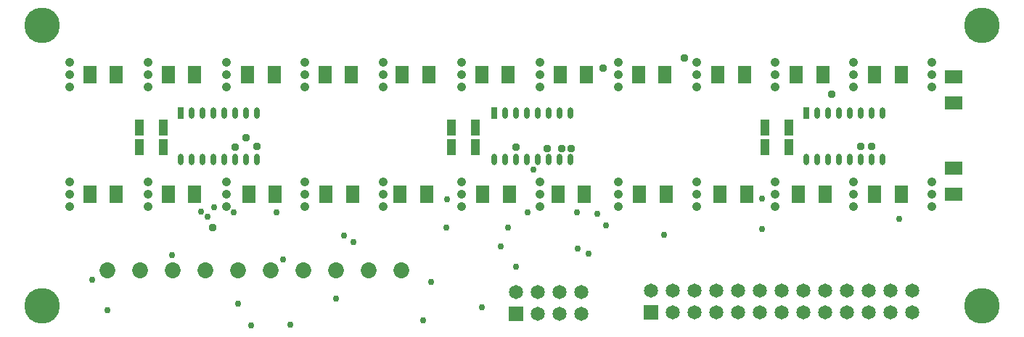
<source format=gbs>
%FSLAX44Y44*%
%MOMM*%
G71*
G01*
G75*
G04 Layer_Color=16711935*
%ADD10R,1.9000X1.3500*%
%ADD11C,0.2540*%
%ADD12C,1.7000*%
%ADD13C,0.9000*%
%ADD14R,1.5000X1.5000*%
%ADD15C,1.5000*%
%ADD16C,4.0000*%
%ADD17C,0.6000*%
%ADD18C,0.8000*%
%ADD19O,0.5000X1.2000*%
%ADD20R,0.5000X1.2000*%
%ADD21R,0.9500X1.7000*%
%ADD22R,1.3500X1.9000*%
%ADD23C,0.2000*%
%ADD24C,0.2032*%
%ADD25R,2.0524X1.5024*%
%ADD26C,1.8524*%
%ADD27C,1.0524*%
%ADD28R,1.6524X1.6524*%
%ADD29C,1.6524*%
%ADD30C,4.1524*%
%ADD31C,0.7524*%
%ADD32C,0.9524*%
%ADD33O,0.6524X1.3524*%
%ADD34R,0.6524X1.3524*%
%ADD35R,1.1024X1.8524*%
%ADD36R,1.5024X2.0524*%
D25*
X1062990Y268230D02*
D03*
Y237230D02*
D03*
Y130550D02*
D03*
Y161550D02*
D03*
D26*
X419100Y41620D02*
D03*
X381000D02*
D03*
X76200D02*
D03*
X114300D02*
D03*
X152400D02*
D03*
X190500D02*
D03*
X228600D02*
D03*
X266700D02*
D03*
X304800D02*
D03*
X342900D02*
D03*
D27*
X1037590Y130810D02*
D03*
Y116810D02*
D03*
Y144810D02*
D03*
Y284510D02*
D03*
Y256510D02*
D03*
Y270510D02*
D03*
X946150Y130810D02*
D03*
Y116810D02*
D03*
Y144810D02*
D03*
Y284510D02*
D03*
Y256510D02*
D03*
Y270510D02*
D03*
X854710Y130810D02*
D03*
Y116810D02*
D03*
Y144810D02*
D03*
Y284510D02*
D03*
Y256510D02*
D03*
Y270510D02*
D03*
X763270Y130810D02*
D03*
Y116810D02*
D03*
Y144810D02*
D03*
Y284510D02*
D03*
Y256510D02*
D03*
Y270510D02*
D03*
X671830Y130810D02*
D03*
Y116810D02*
D03*
Y144810D02*
D03*
Y284510D02*
D03*
Y256510D02*
D03*
Y270510D02*
D03*
X580390Y130810D02*
D03*
Y116810D02*
D03*
Y144810D02*
D03*
Y284510D02*
D03*
Y256510D02*
D03*
Y270510D02*
D03*
X488950Y130810D02*
D03*
Y116810D02*
D03*
Y144810D02*
D03*
Y284510D02*
D03*
Y256510D02*
D03*
Y270510D02*
D03*
X397510Y130810D02*
D03*
Y116810D02*
D03*
Y144810D02*
D03*
Y284510D02*
D03*
Y256510D02*
D03*
Y270510D02*
D03*
X306070Y130810D02*
D03*
Y116810D02*
D03*
Y144810D02*
D03*
Y284510D02*
D03*
Y256510D02*
D03*
Y270510D02*
D03*
X214630Y130810D02*
D03*
Y116810D02*
D03*
Y144810D02*
D03*
Y284510D02*
D03*
Y256510D02*
D03*
Y270510D02*
D03*
X123190Y130810D02*
D03*
Y116810D02*
D03*
Y144810D02*
D03*
Y284510D02*
D03*
Y256510D02*
D03*
Y270510D02*
D03*
X31750Y130810D02*
D03*
Y116810D02*
D03*
Y144810D02*
D03*
Y284510D02*
D03*
Y256510D02*
D03*
Y270510D02*
D03*
D28*
X709930Y-7620D02*
D03*
X552450Y-8890D02*
D03*
D29*
X709930Y17780D02*
D03*
X735330Y-7620D02*
D03*
Y17780D02*
D03*
X760730Y-7620D02*
D03*
Y17780D02*
D03*
X786130Y-7620D02*
D03*
Y17780D02*
D03*
X811530Y-7620D02*
D03*
Y17780D02*
D03*
X836930Y-7620D02*
D03*
Y17780D02*
D03*
X862330Y-7620D02*
D03*
Y17780D02*
D03*
X887730Y-7620D02*
D03*
Y17780D02*
D03*
X913130Y-7620D02*
D03*
Y17780D02*
D03*
X938530Y-7620D02*
D03*
Y17780D02*
D03*
X963930Y-7620D02*
D03*
Y17780D02*
D03*
X989330Y-7620D02*
D03*
Y17780D02*
D03*
X1014730Y-7620D02*
D03*
Y17780D02*
D03*
X628650Y16510D02*
D03*
Y-8890D02*
D03*
X603250Y16510D02*
D03*
Y-8890D02*
D03*
X577850Y16510D02*
D03*
Y-8890D02*
D03*
X552450Y16510D02*
D03*
D30*
X1096010Y0D02*
D03*
Y327660D02*
D03*
X0D02*
D03*
Y0D02*
D03*
D31*
X572889Y159908D02*
D03*
X623570Y109220D02*
D03*
X566420D02*
D03*
X657860Y93980D02*
D03*
X725805Y83185D02*
D03*
X513080Y-1270D02*
D03*
X342900Y8890D02*
D03*
X647700Y107950D02*
D03*
X543560Y91440D02*
D03*
X58420Y30480D02*
D03*
X76200Y-5080D02*
D03*
X228600Y2540D02*
D03*
X453390Y27940D02*
D03*
X444500Y-16510D02*
D03*
X273050Y109220D02*
D03*
X280670Y54610D02*
D03*
X151130Y59690D02*
D03*
X363220Y74930D02*
D03*
X471170Y91440D02*
D03*
X534670Y69850D02*
D03*
X351790Y82550D02*
D03*
X552450Y45720D02*
D03*
X289560Y-21590D02*
D03*
X243840Y-22860D02*
D03*
X637540Y60960D02*
D03*
X624840Y67310D02*
D03*
X999490Y101600D02*
D03*
X223520Y109220D02*
D03*
X200660Y115570D02*
D03*
X193040Y104140D02*
D03*
X185420Y110490D02*
D03*
X472440Y124460D02*
D03*
X839470Y90170D02*
D03*
Y125730D02*
D03*
D32*
X198850Y91440D02*
D03*
X617220Y184150D02*
D03*
X605790D02*
D03*
X589280D02*
D03*
X237490Y196850D02*
D03*
X749300Y289560D02*
D03*
X955040Y186690D02*
D03*
X967740D02*
D03*
X552450Y185420D02*
D03*
X920750Y247650D02*
D03*
X654050Y278130D02*
D03*
X250190Y186690D02*
D03*
X224790Y185420D02*
D03*
D33*
X980440Y171020D02*
D03*
X967740D02*
D03*
X955040D02*
D03*
X942340D02*
D03*
X929640D02*
D03*
X916940D02*
D03*
X904240D02*
D03*
X891540D02*
D03*
X980440Y226020D02*
D03*
X967740D02*
D03*
X955040D02*
D03*
X942340D02*
D03*
X929640D02*
D03*
X916940D02*
D03*
X904240D02*
D03*
X539750D02*
D03*
X552450D02*
D03*
X565150D02*
D03*
X577850D02*
D03*
X590550D02*
D03*
X603250D02*
D03*
X615950D02*
D03*
X527050Y171020D02*
D03*
X539750D02*
D03*
X552450D02*
D03*
X565150D02*
D03*
X577850D02*
D03*
X590550D02*
D03*
X603250D02*
D03*
X615950D02*
D03*
X250190D02*
D03*
X237490D02*
D03*
X224790D02*
D03*
X212090D02*
D03*
X199390D02*
D03*
X186690D02*
D03*
X173990D02*
D03*
X161290D02*
D03*
X250190Y226020D02*
D03*
X237490D02*
D03*
X224790D02*
D03*
X212090D02*
D03*
X199390D02*
D03*
X186690D02*
D03*
X173990D02*
D03*
D34*
X891540D02*
D03*
X527050D02*
D03*
X161290D02*
D03*
D35*
X871250Y185420D02*
D03*
X843250D02*
D03*
X113000Y185420D02*
D03*
X141000D02*
D03*
X505490Y185420D02*
D03*
X477490D02*
D03*
X871250Y208280D02*
D03*
X843250D02*
D03*
X505490D02*
D03*
X477490D02*
D03*
X141000D02*
D03*
X113000D02*
D03*
D36*
X879850Y270510D02*
D03*
X910850D02*
D03*
X788410D02*
D03*
X819410D02*
D03*
X971290D02*
D03*
X1002290D02*
D03*
X790950Y130810D02*
D03*
X821950D02*
D03*
X882390D02*
D03*
X913390D02*
D03*
X971290D02*
D03*
X1002290D02*
D03*
X696970D02*
D03*
X727970D02*
D03*
X695700Y270510D02*
D03*
X726700D02*
D03*
X601720Y130810D02*
D03*
X632720D02*
D03*
X604260Y270510D02*
D03*
X635260D02*
D03*
X514090Y130810D02*
D03*
X545090D02*
D03*
X512820Y270510D02*
D03*
X543820D02*
D03*
X417570Y130810D02*
D03*
X448570D02*
D03*
X420110Y270510D02*
D03*
X451110D02*
D03*
X239770D02*
D03*
X270770D02*
D03*
X241040Y130810D02*
D03*
X272040D02*
D03*
X331210D02*
D03*
X362210D02*
D03*
X329940Y270510D02*
D03*
X360940D02*
D03*
X55620Y130810D02*
D03*
X86620D02*
D03*
X55620Y270510D02*
D03*
X86620D02*
D03*
X147060D02*
D03*
X178060D02*
D03*
X147060Y130810D02*
D03*
X178060D02*
D03*
M02*

</source>
